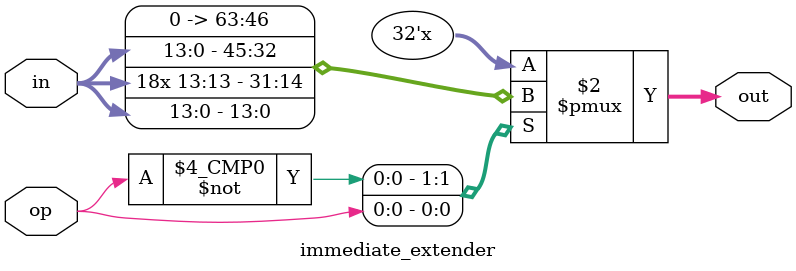
<source format=v>
module immediate_extender (
    input [31:0] in,
    input op,
    output reg [31:0] out
);
    always @(*) begin
        case (op)
            2'b0: out = {18'b0, in[13:0]}; // unsigned immediate (zero extend)
            2'b1: out = {{18{in[13]}}, in[13:0]}; // signed immediate (sign extend)
        endcase
    end
endmodule

</source>
